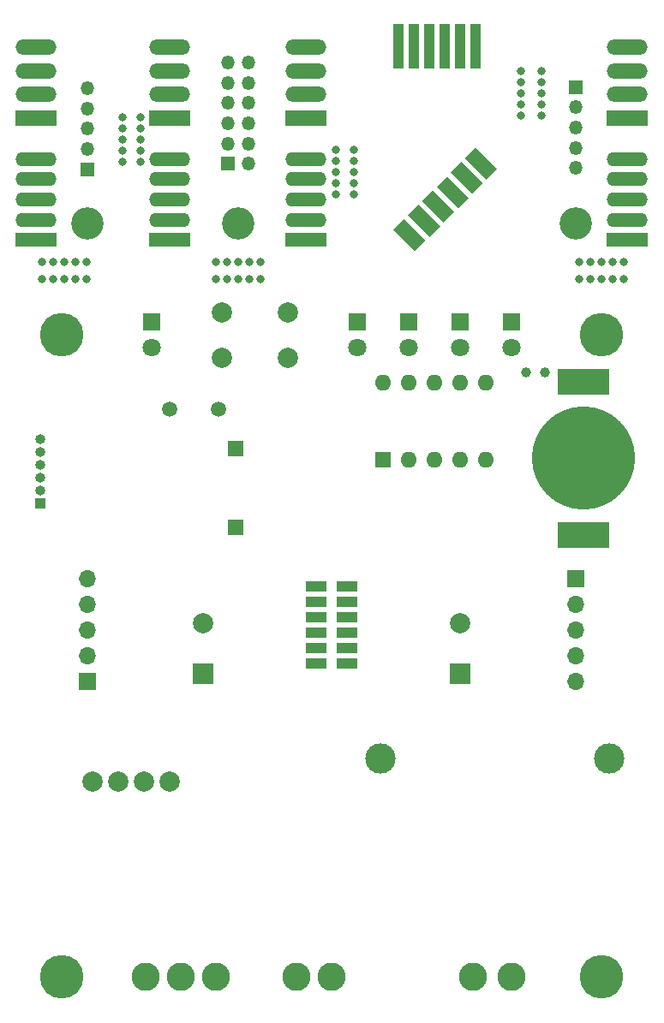
<source format=gts>
G04 #@! TF.GenerationSoftware,KiCad,Pcbnew,5.1.12-84ad8e8a86~92~ubuntu16.04.1*
G04 #@! TF.CreationDate,2022-06-26T12:08:55+02:00*
G04 #@! TF.ProjectId,LedBar,4c656442-6172-42e6-9b69-6361645f7063,rev?*
G04 #@! TF.SameCoordinates,Original*
G04 #@! TF.FileFunction,Soldermask,Top*
G04 #@! TF.FilePolarity,Negative*
%FSLAX46Y46*%
G04 Gerber Fmt 4.6, Leading zero omitted, Abs format (unit mm)*
G04 Created by KiCad (PCBNEW 5.1.12-84ad8e8a86~92~ubuntu16.04.1) date 2022-06-26 12:08:55*
%MOMM*%
%LPD*%
G01*
G04 APERTURE LIST*
%ADD10C,10.200000*%
%ADD11R,5.100000X2.500000*%
%ADD12R,1.350000X1.350000*%
%ADD13O,1.350000X1.350000*%
%ADD14C,1.000000*%
%ADD15C,1.800000*%
%ADD16R,1.800000X1.800000*%
%ADD17O,1.600000X1.600000*%
%ADD18R,1.600000X1.600000*%
%ADD19C,4.300000*%
%ADD20C,2.000000*%
%ADD21R,2.000000X2.000000*%
%ADD22O,1.700000X1.700000*%
%ADD23R,1.700000X1.700000*%
%ADD24R,1.500000X1.500000*%
%ADD25C,1.500000*%
%ADD26C,3.000000*%
%ADD27C,3.200000*%
%ADD28C,2.800000*%
%ADD29R,2.032000X1.070000*%
%ADD30R,1.000000X1.000000*%
%ADD31O,1.000000X1.000000*%
%ADD32R,1.070000X4.413000*%
%ADD33C,0.100000*%
%ADD34O,4.050000X1.400000*%
%ADD35R,4.050000X1.400000*%
%ADD36R,4.050000X1.500000*%
%ADD37O,4.050000X1.500000*%
%ADD38C,0.800000*%
G04 APERTURE END LIST*
D10*
X176000000Y-88420000D03*
D11*
X176000000Y-80820000D03*
X176000000Y-96020000D03*
D12*
X140859000Y-59276000D03*
D13*
X142859000Y-59276000D03*
X140859000Y-57276000D03*
X142859000Y-57276000D03*
X140859000Y-55276000D03*
X142859000Y-55276000D03*
X140859000Y-53276000D03*
X142859000Y-53276000D03*
X140859000Y-51276000D03*
X142859000Y-51276000D03*
X140859000Y-49276000D03*
X142859000Y-49276000D03*
D12*
X175260000Y-51689000D03*
D13*
X175260000Y-53689000D03*
X175260000Y-55689000D03*
X175260000Y-57689000D03*
X175260000Y-59689000D03*
D12*
X127000000Y-59816000D03*
D13*
X127000000Y-57816000D03*
X127000000Y-55816000D03*
X127000000Y-53816000D03*
X127000000Y-51816000D03*
D14*
X170312000Y-79883000D03*
X172212000Y-79883000D03*
D15*
X168910000Y-77470000D03*
D16*
X168910000Y-74930000D03*
D17*
X156210000Y-80899000D03*
X166370000Y-88519000D03*
X158750000Y-80899000D03*
X163830000Y-88519000D03*
X161290000Y-80899000D03*
X161290000Y-88519000D03*
X163830000Y-80899000D03*
X158750000Y-88519000D03*
X166370000Y-80899000D03*
D18*
X156210000Y-88519000D03*
D19*
X124460000Y-139700000D03*
X177800000Y-139700000D03*
D15*
X133350000Y-77470000D03*
D16*
X133350000Y-74930000D03*
D20*
X140260000Y-78450000D03*
X140260000Y-73950000D03*
X146760000Y-78450000D03*
X146760000Y-73950000D03*
D15*
X153670000Y-77470000D03*
D16*
X153670000Y-74930000D03*
D15*
X158750000Y-77470000D03*
D16*
X158750000Y-74930000D03*
D15*
X163830000Y-77470000D03*
D16*
X163830000Y-74930000D03*
D20*
X138430000Y-104728000D03*
D21*
X138430000Y-109728000D03*
D20*
X163830000Y-104728000D03*
D21*
X163830000Y-109728000D03*
D19*
X124460000Y-76200000D03*
D22*
X175260000Y-110490000D03*
X175260000Y-107950000D03*
X175260000Y-105410000D03*
X175260000Y-102870000D03*
D23*
X175260000Y-100330000D03*
D22*
X127000000Y-100330000D03*
X127000000Y-102870000D03*
X127000000Y-105410000D03*
X127000000Y-107950000D03*
D23*
X127000000Y-110490000D03*
D24*
X141605000Y-87413000D03*
X141605000Y-95213000D03*
D25*
X135074000Y-83566000D03*
X139954000Y-83566000D03*
D26*
X155956000Y-118110000D03*
X178556000Y-118110000D03*
D19*
X177800000Y-76200000D03*
D27*
X127000000Y-65196000D03*
X141859000Y-65151000D03*
X175260000Y-65196000D03*
D28*
X165100000Y-139700000D03*
X168910000Y-139700000D03*
X132700000Y-139700000D03*
X136200000Y-139700000D03*
X139700000Y-139700000D03*
D29*
X152654000Y-108712000D03*
X149606000Y-108712000D03*
X152654000Y-107188000D03*
X149606000Y-107188000D03*
X152654000Y-105664000D03*
X149606000Y-105664000D03*
X152654000Y-104140000D03*
X149606000Y-104140000D03*
X152654000Y-102616000D03*
X149606000Y-102616000D03*
X152654000Y-101092000D03*
X149606000Y-101092000D03*
D28*
X147630000Y-139700000D03*
X151130000Y-139700000D03*
D30*
X122301000Y-92837000D03*
D31*
X122301000Y-91567000D03*
X122301000Y-90297000D03*
X122301000Y-89027000D03*
X122301000Y-87757000D03*
X122301000Y-86487000D03*
D32*
X165354000Y-47672500D03*
X163830000Y-47672500D03*
X162306000Y-47672500D03*
X160782000Y-47672500D03*
X159258000Y-47672500D03*
X157734000Y-47672500D03*
D33*
G36*
X167481398Y-59777602D02*
G01*
X166420738Y-60838262D01*
X164299418Y-58716942D01*
X165360078Y-57656282D01*
X167481398Y-59777602D01*
G37*
G36*
X166067184Y-61191816D02*
G01*
X165006524Y-62252476D01*
X162885204Y-60131156D01*
X163945864Y-59070496D01*
X166067184Y-61191816D01*
G37*
G36*
X164652971Y-62606029D02*
G01*
X163592311Y-63666689D01*
X161470991Y-61545369D01*
X162531651Y-60484709D01*
X164652971Y-62606029D01*
G37*
G36*
X163238757Y-64020243D02*
G01*
X162178097Y-65080903D01*
X160056777Y-62959583D01*
X161117437Y-61898923D01*
X163238757Y-64020243D01*
G37*
G36*
X161824543Y-65434456D02*
G01*
X160763883Y-66495116D01*
X158642563Y-64373796D01*
X159703223Y-63313136D01*
X161824543Y-65434456D01*
G37*
G36*
X160410330Y-66848670D02*
G01*
X159349670Y-67909330D01*
X157228350Y-65788010D01*
X158289010Y-64727350D01*
X160410330Y-66848670D01*
G37*
D34*
X121920000Y-60802000D03*
X121920000Y-64802000D03*
X121920000Y-62802000D03*
D35*
X121920000Y-66802000D03*
D34*
X121920000Y-58802000D03*
D36*
X121920000Y-54752000D03*
D37*
X121920000Y-52422000D03*
X121920000Y-50082000D03*
X121920000Y-47752000D03*
D34*
X135128000Y-58802000D03*
D35*
X135128000Y-66802000D03*
D34*
X135128000Y-62802000D03*
X135128000Y-64802000D03*
X135128000Y-60802000D03*
X148590000Y-58802000D03*
X148590000Y-60802000D03*
X148590000Y-62802000D03*
X148590000Y-64802000D03*
D35*
X148590000Y-66802000D03*
D37*
X135128000Y-47752000D03*
X135128000Y-50082000D03*
X135128000Y-52422000D03*
D36*
X135128000Y-54752000D03*
X148590000Y-54752000D03*
D37*
X148590000Y-52422000D03*
X148590000Y-50082000D03*
X148590000Y-47752000D03*
D35*
X180340000Y-66802000D03*
D34*
X180340000Y-64802000D03*
X180340000Y-62802000D03*
X180340000Y-60802000D03*
X180340000Y-58802000D03*
D37*
X180340000Y-47752000D03*
X180340000Y-50082000D03*
X180340000Y-52422000D03*
D36*
X180340000Y-54752000D03*
D38*
X124714000Y-68980000D03*
X126914000Y-68980000D03*
X123614000Y-68980000D03*
X122514000Y-68980000D03*
X125814000Y-68980000D03*
X126914000Y-70720000D03*
X125814000Y-70720000D03*
X122514000Y-70720000D03*
X123614000Y-70720000D03*
X124714000Y-70720000D03*
X130448000Y-56896000D03*
X130448000Y-54696000D03*
X130448000Y-57996000D03*
X130448000Y-59096000D03*
X130448000Y-55796000D03*
X132188000Y-54696000D03*
X132188000Y-55796000D03*
X132188000Y-59096000D03*
X132188000Y-57996000D03*
X132188000Y-56896000D03*
X141859000Y-70720000D03*
X140759000Y-70720000D03*
X139659000Y-70720000D03*
X142959000Y-70720000D03*
X144059000Y-70720000D03*
X142959000Y-68980000D03*
X139659000Y-68980000D03*
X140759000Y-68980000D03*
X144059000Y-68980000D03*
X141859000Y-68980000D03*
X151530000Y-60071000D03*
X151530000Y-57871000D03*
X151530000Y-61171000D03*
X151530000Y-62271000D03*
X151530000Y-58971000D03*
X153270000Y-57871000D03*
X153270000Y-58971000D03*
X153270000Y-62271000D03*
X153270000Y-61171000D03*
X153270000Y-60071000D03*
X169818000Y-52324000D03*
X169818000Y-50124000D03*
X169818000Y-53424000D03*
X169818000Y-54524000D03*
X169818000Y-51224000D03*
X171812000Y-50124000D03*
X171812000Y-51224000D03*
X171812000Y-54524000D03*
X171812000Y-53424000D03*
X171812000Y-52324000D03*
X177800000Y-70720000D03*
X176700000Y-70720000D03*
X175600000Y-70720000D03*
X178900000Y-70720000D03*
X180000000Y-70720000D03*
X178900000Y-68980000D03*
X175600000Y-68980000D03*
X176700000Y-68980000D03*
X180000000Y-68980000D03*
X177800000Y-68980000D03*
D20*
X127508000Y-120396000D03*
X130048000Y-120396000D03*
X132588000Y-120396000D03*
X135128000Y-120396000D03*
M02*

</source>
